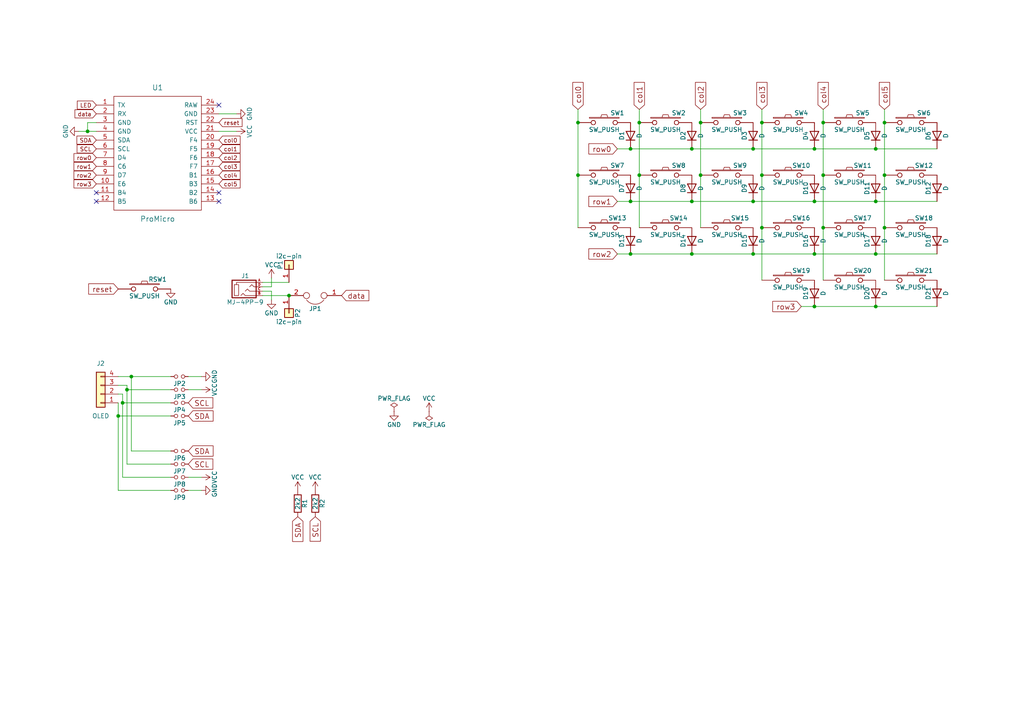
<source format=kicad_sch>
(kicad_sch (version 20230121) (generator eeschema)
  (paper "A4")
  (title_block (title "Corne Chocolate") (date "2018-11-16") (rev "2.0") (company "foostan"))
  (lib_symbols
    (symbol "Connector_Generic:Conn_01x01" (pin_names (offset 1.016) hide)
      (property "Reference" "J" (at 0 2.54 0))
      (property "Value" "Conn_01x01" (at 0 -2.54 0))
      (symbol "Conn_01x01_1_1"
        (rectangle (start -1.27 0.127) (end 0 -0.127) (stroke (width 0.1524)))
        (rectangle (start -1.27 1.27) (end 1.27 -1.27) (stroke (width 0.254)) (fill (type background)))
        (pin passive line (at -5.08 0 0) (length 3.81) (name "Pin_1") (number "1"))
      )
    )
    (symbol "Connector_Generic:Conn_01x04" (pin_names (offset 1.016) hide)
      (property "Reference" "J" (at 0 5.08 0))
      (property "Value" "Conn_01x04" (at 0 -7.62 0))
      (symbol "Conn_01x04_1_1"
        (rectangle (start -1.27 -4.953) (end 0 -5.207) (stroke (width 0.1524)))
        (rectangle (start -1.27 -2.413) (end 0 -2.667) (stroke (width 0.1524)))
        (rectangle (start -1.27 0.127) (end 0 -0.127) (stroke (width 0.1524)))
        (rectangle (start -1.27 2.667) (end 0 2.413) (stroke (width 0.1524)))
        (rectangle (start -1.27 3.81) (end 1.27 -6.35) (stroke (width 0.254)) (fill (type background)))
        (pin passive line (at -5.08 2.54 0) (length 3.81) (name "Pin_1") (number "1"))
        (pin passive line (at -5.08 0 0) (length 3.81) (name "Pin_2") (number "2"))
        (pin passive line (at -5.08 -2.54 0) (length 3.81) (name "Pin_3") (number "3"))
        (pin passive line (at -5.08 -5.08 0) (length 3.81) (name "Pin_4") (number "4"))
      )
    )
    (symbol "Device:D" (pin_numbers hide) (pin_names (offset 1.016) hide)
      (property "Reference" "D" (at 0 2.54 0))
      (property "Value" "D" (at 0 -2.54 0))
      (symbol "D_0_1"
        (polyline (pts (xy -1.27 1.27) (xy -1.27 -1.27)) (stroke (width 0.254)))
        (polyline (pts (xy 1.27 0) (xy -1.27 0)))
        (polyline (pts (xy 1.27 1.27) (xy 1.27 -1.27) (xy -1.27 0) (xy 1.27 1.27)) (stroke (width 0.254)))
      )
      (symbol "D_1_1"
        (pin passive line (at -3.81 0 0) (length 2.54) (name "K") (number "1"))
        (pin passive line (at 3.81 0 180) (length 2.54) (name "A") (number "2"))
      )
    )
    (symbol "Device:R" (pin_numbers hide) (pin_names (offset 0))
      (property "Reference" "R" (at 2.032 0 90))
      (property "Value" "R" (at 0 0 90))
      (symbol "R_0_1"
        (rectangle (start -1.016 -2.54) (end 1.016 2.54) (stroke (width 0.254)))
      )
      (symbol "R_1_1"
        (pin passive line (at 0 3.81 270) (length 1.27) (name "~") (number "1"))
        (pin passive line (at 0 -3.81 90) (length 1.27) (name "~") (number "2"))
      )
    )
    (symbol "corne-chocolate-rescue:Jumper-Device" (pin_names (offset 0.762) hide)
      (property "Reference" "JP" (at 0 3.81 0))
      (property "Value" "Device:Jumper" (at 0 -2.032 0))
      (symbol "Jumper-Device_0_1"
        (circle (center -2.54 0) (radius 0.889))
        (arc (start 2.5146 1.27) (mid 0.0078 2.5097) (end -2.4892 1.27))
        (circle (center 2.54 0) (radius 0.889))
        (pin passive line (at -7.62 0 0) (length 4.191) (name "1") (number "1"))
        (pin passive line (at 7.62 0 180) (length 4.191) (name "2") (number "2"))
      )
    )
    (symbol "corne-chocolate-rescue:Jumper_NO_Small-Device" (pin_numbers hide) (pin_names (offset 0.762) hide)
      (property "Reference" "JP" (at 0 2.032 0))
      (property "Value" "Device:Jumper_NO_Small" (at 0.254 -1.524 0))
      (symbol "Jumper_NO_Small-Device_0_1"
        (circle (center -1.016 0) (radius 0.508))
        (circle (center 1.016 0) (radius 0.508))
        (pin passive line (at -2.54 0 0) (length 1.016) (name "1") (number "1"))
        (pin passive line (at 2.54 0 180) (length 1.016) (name "2") (number "2"))
      )
    )
    (symbol "corne-chocolate-rescue:MJ-4PP-9-kbd" (pin_names (offset 1.016))
      (property "Reference" "J" (at 0 3.81 0))
      (property "Value" "kbd:MJ-4PP-9" (at 0 -3.81 0))
      (symbol "MJ-4PP-9-kbd_0_1"
        (rectangle (start -1.905 -1.905) (end -3.175 1.27))
        (polyline (pts (xy -2.54 1.27) (xy -2.54 1.905) (xy 3.175 1.905)))
        (polyline (pts (xy -1.27 -1.905) (xy -0.635 -1.27) (xy 0 -1.905) (xy 3.175 -1.905)))
        (polyline (pts (xy 0 -0.635) (xy 0.635 0) (xy 1.27 -0.635) (xy 3.175 -0.635)))
        (polyline (pts (xy 1.27 0.635) (xy 1.905 1.27) (xy 2.54 0.635) (xy 3.175 0.635)))
        (rectangle (start 3.175 2.54) (end -3.81 -2.54) (stroke (width 0.3048)))
      )
      (symbol "MJ-4PP-9-kbd_1_1"
        (pin input line (at 5.08 1.905 180) (length 2.0066) (name "~") (number "A"))
        (pin input line (at 5.08 -1.905 180) (length 2.0066) (name "~") (number "B"))
        (pin input line (at 5.08 -0.635 180) (length 2.0066) (name "~") (number "C"))
        (pin input line (at 5.08 0.635 180) (length 2.0066) (name "~") (number "D"))
      )
    )
    (symbol "corne-chocolate-rescue:ProMicro-kbd" (pin_names (offset 1.016))
      (property "Reference" "U" (at 0 24.13 0))
      (property "Value" "kbd:ProMicro" (at 0 -13.97 0))
      (symbol "ProMicro-kbd_0_1"
        (rectangle (start -12.7 21.59) (end 12.7 -11.43))
      )
      (symbol "ProMicro-kbd_1_1"
        (pin bidirectional line (at -17.78 19.05 0) (length 5.08) (name "TX") (number "1"))
        (pin bidirectional line (at -17.78 -3.81 0) (length 5.08) (name "E6") (number "10"))
        (pin bidirectional line (at -17.78 -6.35 0) (length 5.08) (name "B4") (number "11"))
        (pin bidirectional line (at -17.78 -8.89 0) (length 5.08) (name "B5") (number "12"))
        (pin bidirectional line (at 17.78 -8.89 180) (length 5.08) (name "B6") (number "13"))
        (pin bidirectional line (at 17.78 -6.35 180) (length 5.08) (name "B2") (number "14"))
        (pin bidirectional line (at 17.78 -3.81 180) (length 5.08) (name "B3") (number "15"))
        (pin bidirectional line (at 17.78 -1.27 180) (length 5.08) (name "B1") (number "16"))
        (pin bidirectional line (at 17.78 1.27 180) (length 5.08) (name "F7") (number "17"))
        (pin bidirectional line (at 17.78 3.81 180) (length 5.08) (name "F6") (number "18"))
        (pin bidirectional line (at 17.78 6.35 180) (length 5.08) (name "F5") (number "19"))
        (pin bidirectional line (at -17.78 16.51 0) (length 5.08) (name "RX") (number "2"))
        (pin bidirectional line (at 17.78 8.89 180) (length 5.08) (name "F4") (number "20"))
        (pin power_in line (at 17.78 11.43 180) (length 5.08) (name "VCC") (number "21"))
        (pin input line (at 17.78 13.97 180) (length 5.08) (name "RST") (number "22"))
        (pin power_in line (at 17.78 16.51 180) (length 5.08) (name "GND") (number "23"))
        (pin power_out line (at 17.78 19.05 180) (length 5.08) (name "RAW") (number "24"))
        (pin power_in line (at -17.78 13.97 0) (length 5.08) (name "GND") (number "3"))
        (pin power_in line (at -17.78 11.43 0) (length 5.08) (name "GND") (number "4"))
        (pin bidirectional line (at -17.78 8.89 0) (length 5.08) (name "SDA") (number "5"))
        (pin bidirectional line (at -17.78 6.35 0) (length 5.08) (name "SCL") (number "6"))
        (pin bidirectional line (at -17.78 3.81 0) (length 5.08) (name "D4") (number "7"))
        (pin bidirectional line (at -17.78 1.27 0) (length 5.08) (name "C6") (number "8"))
        (pin bidirectional line (at -17.78 -1.27 0) (length 5.08) (name "D7") (number "9"))
      )
    )
    (symbol "corne-chocolate-rescue:SW_PUSH-kbd" (pin_numbers hide) (pin_names (offset 1.016) hide)
      (property "Reference" "SW" (at 3.81 2.794 0))
      (property "Value" "kbd:SW_PUSH" (at 0 -2.032 0))
      (symbol "SW_PUSH-kbd_0_1"
        (rectangle (start -4.318 1.27) (end 4.318 1.524))
        (polyline (pts (xy -1.016 1.524) (xy -0.762 2.286) (xy 0.762 2.286) (xy 1.016 1.524)))
        (pin passive inverted (at -7.62 0 0) (length 5.08) (name "1") (number "1"))
        (pin passive inverted (at 7.62 0 180) (length 5.08) (name "2") (number "2"))
      )
    )
    (symbol "power:GND" (power) (pin_names (offset 0))
      (property "Value" "GND" (at 0 -3.81 0))
      (symbol "GND_0_1"
        (polyline (pts (xy 0 0) (xy 0 -1.27) (xy 1.27 -1.27) (xy 0 -2.54) (xy -1.27 -1.27) (xy 0 -1.27)))
      )
      (symbol "GND_1_1"
        (pin power_in line (at 0 0 270) (length 0) hide (name "GND") (number "1"))
      )
    )
    (symbol "power:PWR_FLAG" (power) (pin_numbers hide) (pin_names (offset 0) hide)
      (property "Value" "PWR_FLAG" (at 0 3.81 0))
      (symbol "PWR_FLAG_0_0"
        (pin power_out line (at 0 0 90) (length 0) (name "pwr") (number "1"))
      )
      (symbol "PWR_FLAG_0_1"
        (polyline (pts (xy 0 0) (xy 0 1.27) (xy -1.016 1.905) (xy 0 2.54) (xy 1.016 1.905) (xy 0 1.27)))
      )
    )
    (symbol "power:VCC" (power) (pin_names (offset 0))
      (property "Value" "VCC" (at 0 3.81 0))
      (symbol "VCC_0_1"
        (polyline (pts (xy -0.762 1.27) (xy 0 2.54)))
        (polyline (pts (xy 0 0) (xy 0 2.54)))
        (polyline (pts (xy 0 2.54) (xy 0.762 1.27)))
      )
      (symbol "VCC_1_1"
        (pin power_in line (at 0 0 90) (length 0) hide (name "VCC") (number "1"))
      )
    )
  )
  (junction (at 236.22 58.42))
  (junction (at 200.66 58.42))
  (junction (at 185.42 50.8))
  (junction (at 238.76 50.8))
  (junction (at 218.44 58.42))
  (junction (at 83.82 85.725))
  (junction (at 236.22 88.9))
  (junction (at 182.88 43.18))
  (junction (at 220.98 35.56))
  (junction (at 256.54 66.04))
  (junction (at 200.66 73.66))
  (junction (at 238.76 35.56))
  (junction (at 238.76 66.04))
  (junction (at 34.29 120.65))
  (junction (at 218.44 73.66))
  (junction (at 35.56 116.84))
  (junction (at 220.98 50.8))
  (junction (at 256.54 50.8))
  (junction (at 182.88 73.66))
  (junction (at 36.83 113.03))
  (junction (at 182.88 58.42))
  (junction (at 167.64 35.56))
  (junction (at 218.44 43.18))
  (junction (at 254 43.18))
  (junction (at 254 58.42))
  (junction (at 200.66 43.18))
  (junction (at 38.1 109.22))
  (junction (at 203.2 35.56))
  (junction (at 254 73.66))
  (junction (at 185.42 35.56))
  (junction (at 203.2 50.8))
  (junction (at 254 88.9))
  (junction (at 236.22 43.18))
  (junction (at 220.98 66.04))
  (junction (at 236.22 73.66))
  (junction (at 167.64 50.8))
  (junction (at 25.4 38.1))
  (junction (at 256.54 35.56))
  (no_connect (at 63.5 55.88))
  (no_connect (at 63.5 30.48))
  (no_connect (at 27.94 58.42))
  (no_connect (at 27.94 55.88))
  (no_connect (at 63.5 58.42))
  (wire (pts (xy 236.22 43.18) (xy 254 43.18)))
  (wire (pts (xy 49.53 120.65) (xy 34.29 120.65)))
  (wire (pts (xy 34.29 116.84) (xy 34.29 120.65)))
  (wire (pts (xy 63.5 33.02) (xy 68.58 33.02)))
  (wire (pts (xy 25.4 38.1) (xy 27.94 38.1)))
  (wire (pts (xy 185.42 35.56) (xy 185.42 50.8)))
  (wire (pts (xy 218.44 73.66) (xy 236.22 73.66)))
  (wire (pts (xy 76.2 84.455) (xy 78.74 84.455)))
  (wire (pts (xy 238.76 35.56) (xy 238.76 50.8)))
  (wire (pts (xy 236.22 73.66) (xy 254 73.66)))
  (wire (pts (xy 38.1 109.22) (xy 38.1 130.81)))
  (wire (pts (xy 182.88 73.66) (xy 200.66 73.66)))
  (wire (pts (xy 256.54 31.75) (xy 256.54 35.56)))
  (wire (pts (xy 256.54 35.56) (xy 256.54 50.8)))
  (wire (pts (xy 76.2 85.725) (xy 83.82 85.725)))
  (wire (pts (xy 34.29 111.76) (xy 36.83 111.76)))
  (wire (pts (xy 34.29 142.24) (xy 49.53 142.24)))
  (wire (pts (xy 220.98 31.75) (xy 220.98 35.56)))
  (wire (pts (xy 236.22 88.9) (xy 254 88.9)))
  (wire (pts (xy 185.42 31.75) (xy 185.42 35.56)))
  (wire (pts (xy 220.98 66.04) (xy 220.98 81.28)))
  (wire (pts (xy 54.61 138.43) (xy 58.42 138.43)))
  (wire (pts (xy 179.07 73.66) (xy 182.88 73.66)))
  (wire (pts (xy 254 88.9) (xy 271.78 88.9)))
  (wire (pts (xy 22.86 38.1) (xy 25.4 38.1)))
  (wire (pts (xy 256.54 50.8) (xy 256.54 66.04)))
  (wire (pts (xy 35.56 114.3) (xy 35.56 116.84)))
  (wire (pts (xy 232.41 88.9) (xy 236.22 88.9)))
  (wire (pts (xy 63.5 38.1) (xy 68.58 38.1)))
  (wire (pts (xy 76.2 81.915) (xy 83.82 81.915)))
  (wire (pts (xy 200.66 73.66) (xy 218.44 73.66)))
  (wire (pts (xy 35.56 138.43) (xy 49.53 138.43)))
  (wire (pts (xy 238.76 50.8) (xy 238.76 66.04)))
  (wire (pts (xy 27.94 35.56) (xy 25.4 35.56)))
  (wire (pts (xy 236.22 58.42) (xy 254 58.42)))
  (wire (pts (xy 167.64 35.56) (xy 167.64 50.8)))
  (wire (pts (xy 254 73.66) (xy 271.78 73.66)))
  (wire (pts (xy 36.83 134.62) (xy 49.53 134.62)))
  (wire (pts (xy 38.1 109.22) (xy 49.53 109.22)))
  (wire (pts (xy 38.1 130.81) (xy 49.53 130.81)))
  (wire (pts (xy 179.07 43.18) (xy 182.88 43.18)))
  (wire (pts (xy 203.2 31.75) (xy 203.2 35.56)))
  (wire (pts (xy 76.2 83.185) (xy 78.74 83.185)))
  (wire (pts (xy 25.4 35.56) (xy 25.4 38.1)))
  (wire (pts (xy 78.74 84.455) (xy 78.74 86.995)))
  (wire (pts (xy 220.98 50.8) (xy 220.98 66.04)))
  (wire (pts (xy 54.61 142.24) (xy 58.42 142.24)))
  (wire (pts (xy 49.53 113.03) (xy 36.83 113.03)))
  (wire (pts (xy 256.54 66.04) (xy 256.54 81.28)))
  (wire (pts (xy 54.61 113.03) (xy 58.42 113.03)))
  (wire (pts (xy 218.44 43.18) (xy 236.22 43.18)))
  (wire (pts (xy 34.29 120.65) (xy 34.29 142.24)))
  (wire (pts (xy 179.07 58.42) (xy 182.88 58.42)))
  (wire (pts (xy 254 58.42) (xy 271.78 58.42)))
  (wire (pts (xy 238.76 31.75) (xy 238.76 35.56)))
  (wire (pts (xy 185.42 50.8) (xy 185.42 66.04)))
  (wire (pts (xy 35.56 116.84) (xy 35.56 138.43)))
  (wire (pts (xy 54.61 109.22) (xy 58.42 109.22)))
  (wire (pts (xy 220.98 35.56) (xy 220.98 50.8)))
  (wire (pts (xy 49.53 116.84) (xy 35.56 116.84)))
  (wire (pts (xy 203.2 35.56) (xy 203.2 50.8)))
  (wire (pts (xy 182.88 43.18) (xy 200.66 43.18)))
  (wire (pts (xy 36.83 111.76) (xy 36.83 113.03)))
  (wire (pts (xy 200.66 58.42) (xy 218.44 58.42)))
  (wire (pts (xy 34.29 109.22) (xy 38.1 109.22)))
  (wire (pts (xy 167.64 50.8) (xy 167.64 66.04)))
  (wire (pts (xy 36.83 113.03) (xy 36.83 134.62)))
  (wire (pts (xy 167.64 31.75) (xy 167.64 35.56)))
  (wire (pts (xy 254 43.18) (xy 271.78 43.18)))
  (wire (pts (xy 238.76 66.04) (xy 238.76 81.28)))
  (wire (pts (xy 203.2 50.8) (xy 203.2 66.04)))
  (wire (pts (xy 182.88 58.42) (xy 200.66 58.42)))
  (wire (pts (xy 34.29 114.3) (xy 35.56 114.3)))
  (wire (pts (xy 78.74 83.185) (xy 78.74 80.645)))
  (wire (pts (xy 200.66 43.18) (xy 218.44 43.18)))
  (wire (pts (xy 218.44 58.42) (xy 236.22 58.42)))
  (global_label "col5" (shape input) (at 63.5 53.34 0) (effects (font (size 1.1938 1.1938))) (property "Intersheetrefs" "${INTERSHEET_REFS}" (effects hide)))
  (global_label "col4" (shape input) (at 63.5 50.8 0) (effects (font (size 1.1938 1.1938))) (property "Intersheetrefs" "${INTERSHEET_REFS}" (effects hide)))
  (global_label "row3" (shape input) (at 27.94 53.34 180) (effects (font (size 1.1938 1.1938))) (property "Intersheetrefs" "${INTERSHEET_REFS}" (effects hide)))
  (global_label "col2" (shape input) (at 63.5 45.72 0) (effects (font (size 1.1938 1.1938))) (property "Intersheetrefs" "${INTERSHEET_REFS}" (effects hide)))
  (global_label "reset" (shape input) (at 63.5 35.56 0) (effects (font (size 1.1938 1.1938))) (property "Intersheetrefs" "${INTERSHEET_REFS}" (effects hide)))
  (global_label "col1" (shape input) (at 185.42 31.75 90) (effects (font (size 1.524 1.524))) (property "Intersheetrefs" "${INTERSHEET_REFS}" (effects hide)))
  (global_label "col1" (shape input) (at 63.5 43.18 0) (effects (font (size 1.1938 1.1938))) (property "Intersheetrefs" "${INTERSHEET_REFS}" (effects hide)))
  (global_label "row0" (shape input) (at 27.94 45.72 180) (effects (font (size 1.1938 1.1938))) (property "Intersheetrefs" "${INTERSHEET_REFS}" (effects hide)))
  (global_label "col0" (shape input) (at 63.5 40.64 0) (effects (font (size 1.1938 1.1938))) (property "Intersheetrefs" "${INTERSHEET_REFS}" (effects hide)))
  (global_label "col2" (shape input) (at 203.2 31.75 90) (effects (font (size 1.524 1.524))) (property "Intersheetrefs" "${INTERSHEET_REFS}" (effects hide)))
  (global_label "SDA" (shape input) (at 86.36 149.86 270) (effects (font (size 1.524 1.524))) (property "Intersheetrefs" "${INTERSHEET_REFS}" (effects hide)))
  (global_label "row2" (shape input) (at 27.94 50.8 180) (effects (font (size 1.1938 1.1938))) (property "Intersheetrefs" "${INTERSHEET_REFS}" (effects hide)))
  (global_label "reset" (shape input) (at 34.29 83.82 180) (effects (font (size 1.524 1.524))) (property "Intersheetrefs" "${INTERSHEET_REFS}" (effects hide)))
  (global_label "LED" (shape input) (at 27.94 30.48 180) (effects (font (size 1.1938 1.1938))) (property "Intersheetrefs" "${INTERSHEET_REFS}" (effects hide)))
  (global_label "SDA" (shape input) (at 27.94 40.64 180) (effects (font (size 1.1938 1.1938))) (property "Intersheetrefs" "${INTERSHEET_REFS}" (effects hide)))
  (global_label "col0" (shape input) (at 167.64 31.75 90) (effects (font (size 1.524 1.524))) (property "Intersheetrefs" "${INTERSHEET_REFS}" (effects hide)))
  (global_label "SDA" (shape input) (at 54.61 120.65 0) (effects (font (size 1.524 1.524))) (property "Intersheetrefs" "${INTERSHEET_REFS}" (effects hide)))
  (global_label "SCL" (shape input) (at 54.61 116.84 0) (effects (font (size 1.524 1.524))) (property "Intersheetrefs" "${INTERSHEET_REFS}" (effects hide)))
  (global_label "col4" (shape input) (at 238.76 31.75 90) (effects (font (size 1.524 1.524))) (property "Intersheetrefs" "${INTERSHEET_REFS}" (effects hide)))
  (global_label "row1" (shape input) (at 27.94 48.26 180) (effects (font (size 1.1938 1.1938))) (property "Intersheetrefs" "${INTERSHEET_REFS}" (effects hide)))
  (global_label "data" (shape input) (at 99.06 85.725 0) (effects (font (size 1.524 1.524))) (property "Intersheetrefs" "${INTERSHEET_REFS}" (effects hide)))
  (global_label "col3" (shape input) (at 220.98 31.75 90) (effects (font (size 1.524 1.524))) (property "Intersheetrefs" "${INTERSHEET_REFS}" (effects hide)))
  (global_label "SCL" (shape input) (at 91.44 149.86 270) (effects (font (size 1.524 1.524))) (property "Intersheetrefs" "${INTERSHEET_REFS}" (effects hide)))
  (global_label "SCL" (shape input) (at 27.94 43.18 180) (effects (font (size 1.1938 1.1938))) (property "Intersheetrefs" "${INTERSHEET_REFS}" (effects hide)))
  (global_label "row1" (shape input) (at 179.07 58.42 180) (effects (font (size 1.524 1.524))) (property "Intersheetrefs" "${INTERSHEET_REFS}" (effects hide)))
  (global_label "data" (shape input) (at 27.94 33.02 180) (effects (font (size 1.1938 1.1938))) (property "Intersheetrefs" "${INTERSHEET_REFS}" (effects hide)))
  (global_label "row3" (shape input) (at 232.41 88.9 180) (effects (font (size 1.524 1.524))) (property "Intersheetrefs" "${INTERSHEET_REFS}" (effects hide)))
  (global_label "SDA" (shape input) (at 54.61 130.81 0) (effects (font (size 1.524 1.524))) (property "Intersheetrefs" "${INTERSHEET_REFS}" (effects hide)))
  (global_label "row0" (shape input) (at 179.07 43.18 180) (effects (font (size 1.524 1.524))) (property "Intersheetrefs" "${INTERSHEET_REFS}" (effects hide)))
  (global_label "SCL" (shape input) (at 54.61 134.62 0) (effects (font (size 1.524 1.524))) (property "Intersheetrefs" "${INTERSHEET_REFS}" (effects hide)))
  (global_label "col3" (shape input) (at 63.5 48.26 0) (effects (font (size 1.1938 1.1938))) (property "Intersheetrefs" "${INTERSHEET_REFS}" (effects hide)))
  (global_label "row2" (shape input) (at 179.07 73.66 180) (effects (font (size 1.524 1.524))) (property "Intersheetrefs" "${INTERSHEET_REFS}" (effects hide)))
  (global_label "col5" (shape input) (at 256.54 31.75 90) (effects (font (size 1.524 1.524))) (property "Intersheetrefs" "${INTERSHEET_REFS}" (effects hide)))
  (symbol (lib_id "corne-chocolate-rescue:ProMicro-kbd") (at 45.72 49.53 0) (unit 1)
    (property "Reference" "U1" (at 45.72 25.4 0) (effects (font (size 1.524 1.524))))
    (property "Value" "ProMicro" (at 45.72 63.5 0) (effects (font (size 1.524 1.524))))
    (property "Footprint" "kbd:ProMicro_v2" (effects hide))
  )
  (symbol (lib_id "corne-chocolate-rescue:SW_PUSH-kbd") (at 193.04 35.56 0) (unit 1)
    (property "Reference" "SW2" (at 196.85 32.766 0))
    (property "Value" "SW_PUSH" (at 193.04 37.592 0))
    (property "Footprint" "kbd:MX_ALPS_PG1350_noLed" (effects hide))
  )
  (symbol (lib_id "Device:D") (at 200.66 39.37 90) (unit 1)
    (property "Reference" "D2" (at 198.12 39.37 0))
    (property "Value" "D" (at 203.2 39.37 0))
    (property "Footprint" "kbd:D3_TH_SMD" (effects hide))
  )
  (symbol (lib_id "corne-chocolate-rescue:SW_PUSH-kbd") (at 210.82 35.56 0) (unit 1)
    (property "Reference" "SW3" (at 214.63 32.766 0))
    (property "Value" "SW_PUSH" (at 210.82 37.592 0))
    (property "Footprint" "kbd:MX_ALPS_PG1350_noLed" (effects hide))
  )
  (symbol (lib_id "Device:D") (at 218.44 39.37 90) (unit 1)
    (property "Reference" "D3" (at 215.9 39.37 0))
    (property "Value" "D" (at 220.98 39.37 0))
    (property "Footprint" "kbd:D3_TH_SMD" (effects hide))
  )
  (symbol (lib_id "corne-chocolate-rescue:SW_PUSH-kbd") (at 228.6 35.56 0) (unit 1)
    (property "Reference" "SW4" (at 232.41 32.766 0))
    (property "Value" "SW_PUSH" (at 228.6 37.592 0))
    (property "Footprint" "kbd:MX_ALPS_PG1350_noLed" (effects hide))
  )
  (symbol (lib_id "corne-chocolate-rescue:SW_PUSH-kbd") (at 246.38 35.56 0) (unit 1)
    (property "Reference" "SW5" (at 250.19 32.766 0))
    (property "Value" "SW_PUSH" (at 246.38 37.592 0))
    (property "Footprint" "kbd:MX_ALPS_PG1350_noLed" (effects hide))
  )
  (symbol (lib_id "corne-chocolate-rescue:SW_PUSH-kbd") (at 264.16 35.56 0) (unit 1)
    (property "Reference" "SW6" (at 267.97 32.766 0))
    (property "Value" "SW_PUSH" (at 264.16 37.592 0))
    (property "Footprint" "kbd:MX_ALPS_PG1350_noLed" (effects hide))
  )
  (symbol (lib_id "Device:D") (at 236.22 39.37 90) (unit 1)
    (property "Reference" "D4" (at 233.68 39.37 0))
    (property "Value" "D" (at 238.76 39.37 0))
    (property "Footprint" "kbd:D3_TH_SMD" (effects hide))
  )
  (symbol (lib_id "Device:D") (at 254 39.37 90) (unit 1)
    (property "Reference" "D5" (at 251.46 39.37 0))
    (property "Value" "D" (at 256.54 39.37 0))
    (property "Footprint" "kbd:D3_TH_SMD" (effects hide))
  )
  (symbol (lib_id "Device:D") (at 271.78 39.37 90) (unit 1)
    (property "Reference" "D6" (at 269.24 39.37 0))
    (property "Value" "D" (at 274.32 39.37 0))
    (property "Footprint" "kbd:D3_TH_SMD" (effects hide))
  )
  (symbol (lib_id "corne-chocolate-rescue:SW_PUSH-kbd") (at 175.26 35.56 0) (unit 1)
    (property "Reference" "SW1" (at 179.07 32.766 0))
    (property "Value" "SW_PUSH" (at 175.26 37.592 0))
    (property "Footprint" "kbd:MX_ALPS_PG1350_noLed" (effects hide))
  )
  (symbol (lib_id "Device:D") (at 182.88 39.37 90) (unit 1)
    (property "Reference" "D1" (at 180.34 39.37 0))
    (property "Value" "D" (at 185.42 39.37 0))
    (property "Footprint" "kbd:D3_TH_SMD" (effects hide))
  )
  (symbol (lib_id "corne-chocolate-rescue:SW_PUSH-kbd") (at 193.04 50.8 0) (unit 1)
    (property "Reference" "SW8" (at 196.85 48.006 0))
    (property "Value" "SW_PUSH" (at 193.04 52.832 0))
    (property "Footprint" "kbd:MX_ALPS_PG1350_noLed" (effects hide))
  )
  (symbol (lib_id "Device:D") (at 200.66 54.61 90) (unit 1)
    (property "Reference" "D8" (at 198.12 54.61 0))
    (property "Value" "D" (at 203.2 54.61 0))
    (property "Footprint" "kbd:D3_TH_SMD" (effects hide))
  )
  (symbol (lib_id "corne-chocolate-rescue:SW_PUSH-kbd") (at 210.82 50.8 0) (unit 1)
    (property "Reference" "SW9" (at 214.63 48.006 0))
    (property "Value" "SW_PUSH" (at 210.82 52.832 0))
    (property "Footprint" "kbd:MX_ALPS_PG1350_noLed" (effects hide))
  )
  (symbol (lib_id "Device:D") (at 218.44 54.61 90) (unit 1)
    (property "Reference" "D9" (at 215.9 54.61 0))
    (property "Value" "D" (at 220.98 54.61 0))
    (property "Footprint" "kbd:D3_TH_SMD" (effects hide))
  )
  (symbol (lib_id "corne-chocolate-rescue:SW_PUSH-kbd") (at 228.6 50.8 0) (unit 1)
    (property "Reference" "SW10" (at 232.41 48.006 0))
    (property "Value" "SW_PUSH" (at 228.6 52.832 0))
    (property "Footprint" "kbd:MX_ALPS_PG1350_noLed" (effects hide))
  )
  (symbol (lib_id "corne-chocolate-rescue:SW_PUSH-kbd") (at 246.38 50.8 0) (unit 1)
    (property "Reference" "SW11" (at 250.19 48.006 0))
    (property "Value" "SW_PUSH" (at 246.38 52.832 0))
    (property "Footprint" "kbd:MX_ALPS_PG1350_noLed" (effects hide))
  )
  (symbol (lib_id "corne-chocolate-rescue:SW_PUSH-kbd") (at 264.16 50.8 0) (unit 1)
    (property "Reference" "SW12" (at 267.97 48.006 0))
    (property "Value" "SW_PUSH" (at 264.16 52.832 0))
    (property "Footprint" "kbd:MX_ALPS_PG1350_noLed" (effects hide))
  )
  (symbol (lib_id "Device:D") (at 236.22 54.61 90) (unit 1)
    (property "Reference" "D10" (at 233.68 54.61 0))
    (property "Value" "D" (at 238.76 54.61 0))
    (property "Footprint" "kbd:D3_TH_SMD" (effects hide))
  )
  (symbol (lib_id "Device:D") (at 254 54.61 90) (unit 1)
    (property "Reference" "D11" (at 251.46 54.61 0))
    (property "Value" "D" (at 256.54 54.61 0))
    (property "Footprint" "kbd:D3_TH_SMD" (effects hide))
  )
  (symbol (lib_id "Device:D") (at 271.78 54.61 90) (unit 1)
    (property "Reference" "D12" (at 269.24 54.61 0))
    (property "Value" "D" (at 274.32 54.61 0))
    (property "Footprint" "kbd:D3_TH_SMD" (effects hide))
  )
  (symbol (lib_id "corne-chocolate-rescue:SW_PUSH-kbd") (at 175.26 50.8 0) (unit 1)
    (property "Reference" "SW7" (at 179.07 48.006 0))
    (property "Value" "SW_PUSH" (at 175.26 52.832 0))
    (property "Footprint" "kbd:MX_ALPS_PG1350_noLed" (effects hide))
  )
  (symbol (lib_id "Device:D") (at 182.88 54.61 90) (unit 1)
    (property "Reference" "D7" (at 180.34 54.61 0))
    (property "Value" "D" (at 185.42 54.61 0))
    (property "Footprint" "kbd:D3_TH_SMD" (effects hide))
  )
  (symbol (lib_id "corne-chocolate-rescue:SW_PUSH-kbd") (at 193.04 66.04 0) (unit 1)
    (property "Reference" "SW14" (at 196.85 63.246 0))
    (property "Value" "SW_PUSH" (at 193.04 68.072 0))
    (property "Footprint" "kbd:MX_ALPS_PG1350_noLed" (effects hide))
  )
  (symbol (lib_id "Device:D") (at 200.66 69.85 90) (unit 1)
    (property "Reference" "D14" (at 198.12 69.85 0))
    (property "Value" "D" (at 203.2 69.85 0))
    (property "Footprint" "kbd:D3_TH_SMD" (effects hide))
  )
  (symbol (lib_id "corne-chocolate-rescue:SW_PUSH-kbd") (at 210.82 66.04 0) (unit 1)
    (property "Reference" "SW15" (at 214.63 63.246 0))
    (property "Value" "SW_PUSH" (at 210.82 68.072 0))
    (property "Footprint" "kbd:MX_ALPS_PG1350_noLed" (effects hide))
  )
  (symbol (lib_id "Device:D") (at 218.44 69.85 90) (unit 1)
    (property "Reference" "D15" (at 215.9 69.85 0))
    (property "Value" "D" (at 220.98 69.85 0))
    (property "Footprint" "kbd:D3_TH_SMD" (effects hide))
  )
  (symbol (lib_id "corne-chocolate-rescue:SW_PUSH-kbd") (at 228.6 66.04 0) (unit 1)
    (property "Reference" "SW16" (at 232.41 63.246 0))
    (property "Value" "SW_PUSH" (at 228.6 68.072 0))
    (property "Footprint" "kbd:MX_ALPS_PG1350_noLed" (effects hide))
  )
  (symbol (lib_id "corne-chocolate-rescue:SW_PUSH-kbd") (at 246.38 66.04 0) (unit 1)
    (property "Reference" "SW17" (at 250.19 63.246 0))
    (property "Value" "SW_PUSH" (at 246.38 68.072 0))
    (property "Footprint" "kbd:MX_ALPS_PG1350_noLed" (effects hide))
  )
  (symbol (lib_id "corne-chocolate-rescue:SW_PUSH-kbd") (at 264.16 66.04 0) (unit 1)
    (property "Reference" "SW18" (at 267.97 63.246 0))
    (property "Value" "SW_PUSH" (at 264.16 68.072 0))
    (property "Footprint" "kbd:MX_ALPS_PG1350_noLed" (effects hide))
  )
  (symbol (lib_id "Device:D") (at 236.22 69.85 90) (unit 1)
    (property "Reference" "D16" (at 233.68 69.85 0))
    (property "Value" "D" (at 238.76 69.85 0))
    (property "Footprint" "kbd:D3_TH_SMD" (effects hide))
  )
  (symbol (lib_id "Device:D") (at 254 69.85 90) (unit 1)
    (property "Reference" "D17" (at 251.46 69.85 0))
    (property "Value" "D" (at 256.54 69.85 0))
    (property "Footprint" "kbd:D3_TH_SMD" (effects hide))
  )
  (symbol (lib_id "Device:D") (at 271.78 69.85 90) (unit 1)
    (property "Reference" "D18" (at 269.24 69.85 0))
    (property "Value" "D" (at 274.32 69.85 0))
    (property "Footprint" "kbd:D3_TH_SMD" (effects hide))
  )
  (symbol (lib_id "corne-chocolate-rescue:SW_PUSH-kbd") (at 175.26 66.04 0) (unit 1)
    (property "Reference" "SW13" (at 179.07 63.246 0))
    (property "Value" "SW_PUSH" (at 175.26 68.072 0))
    (property "Footprint" "kbd:MX_ALPS_PG1350_noLed" (effects hide))
  )
  (symbol (lib_id "Device:D") (at 182.88 69.85 90) (unit 1)
    (property "Reference" "D13" (at 180.34 69.85 0))
    (property "Value" "D" (at 185.42 69.85 0))
    (property "Footprint" "kbd:D3_TH_SMD" (effects hide))
  )
  (symbol (lib_id "corne-chocolate-rescue:SW_PUSH-kbd") (at 246.38 81.28 0) (unit 1)
    (property "Reference" "SW20" (at 250.19 78.486 0))
    (property "Value" "SW_PUSH" (at 246.38 83.312 0))
    (property "Footprint" "kbd:MX_ALPS_PG1350_noLed" (effects hide))
  )
  (symbol (lib_id "Device:D") (at 254 85.09 90) (unit 1)
    (property "Reference" "D20" (at 251.46 85.09 0))
    (property "Value" "D" (at 256.54 85.09 0))
    (property "Footprint" "kbd:D3_TH_SMD" (effects hide))
  )
  (symbol (lib_id "corne-chocolate-rescue:SW_PUSH-kbd") (at 264.16 81.28 0) (unit 1)
    (property "Reference" "SW21" (at 267.97 78.486 0))
    (property "Value" "SW_PUSH" (at 264.16 83.312 0))
    (property "Footprint" "kbd:MX_ALPS_PG1350_noLed_1.75u" (effects hide))
  )
  (symbol (lib_id "Device:D") (at 271.78 85.09 90) (unit 1)
    (property "Reference" "D21" (at 269.24 85.09 0))
    (property "Value" "D" (at 274.32 85.09 0))
    (property "Footprint" "kbd:D3_TH_SMD" (effects hide))
  )
  (symbol (lib_id "corne-chocolate-rescue:SW_PUSH-kbd") (at 228.6 81.28 0) (unit 1)
    (property "Reference" "SW19" (at 232.41 78.486 0))
    (property "Value" "SW_PUSH" (at 228.6 83.312 0))
    (property "Footprint" "kbd:MX_ALPS_PG1350_noLed" (effects hide))
  )
  (symbol (lib_id "Device:D") (at 236.22 85.09 90) (unit 1)
    (property "Reference" "D19" (at 233.68 85.09 0))
    (property "Value" "D" (at 238.76 85.09 0))
    (property "Footprint" "kbd:D3_TH_SMD" (effects hide))
  )
  (symbol (lib_id "power:GND") (at 68.58 33.02 90) (unit 1)
    (property "Reference" "#PWR01" (effects hide))
    (property "Value" "GND" (at 72.39 33.02 0))
  )
  (symbol (lib_id "power:VCC") (at 68.58 38.1 270) (unit 1)
    (property "Reference" "#PWR023" (effects hide))
    (property "Value" "VCC" (at 72.39 38.1 0))
  )
  (symbol (lib_id "power:GND") (at 22.86 38.1 270) (unit 1)
    (property "Reference" "#PWR02" (effects hide))
    (property "Value" "GND" (at 19.05 38.1 0))
  )
  (symbol (lib_id "power:GND") (at 114.3 119.38 0) (unit 1)
    (property "Reference" "#PWR03" (effects hide))
    (property "Value" "GND" (at 114.3 123.19 0))
  )
  (symbol (lib_id "power:VCC") (at 124.46 119.38 0) (unit 1)
    (property "Reference" "#PWR04" (effects hide))
    (property "Value" "VCC" (at 124.46 115.57 0))
  )
  (symbol (lib_id "power:PWR_FLAG") (at 124.46 119.38 180) (unit 1)
    (property "Reference" "#FLG05" (effects hide))
    (property "Value" "PWR_FLAG" (at 124.46 123.19 0))
  )
  (symbol (lib_id "power:PWR_FLAG") (at 114.3 119.38 0) (unit 1)
    (property "Reference" "#FLG06" (effects hide))
    (property "Value" "PWR_FLAG" (at 114.3 115.57 0))
  )
  (symbol (lib_id "corne-chocolate-rescue:SW_PUSH-kbd") (at 41.91 83.82 0) (unit 1)
    (property "Reference" "RSW1" (at 45.72 81.026 0))
    (property "Value" "SW_PUSH" (at 41.91 85.852 0))
    (property "Footprint" "kbd:ResetSW" (effects hide))
  )
  (symbol (lib_id "power:GND") (at 49.53 83.82 0) (unit 1)
    (property "Reference" "#PWR07" (effects hide))
    (property "Value" "GND" (at 49.53 87.63 0))
  )
  (symbol (lib_id "corne-chocolate-rescue:Jumper-Device") (at 91.44 85.725 180) (unit 1)
    (property "Reference" "JP1" (at 91.44 89.535 0))
    (property "Value" " " (at 91.44 83.693 0))
    (property "Footprint" "kbd:JPC2" (effects hide))
  )
  (symbol (lib_id "power:VCC") (at 78.74 80.645 0) (unit 1)
    (property "Reference" "#PWR08" (effects hide))
    (property "Value" "VCC" (at 78.74 76.835 0))
  )
  (symbol (lib_id "power:GND") (at 78.74 86.995 0) (unit 1)
    (property "Reference" "#PWR09" (effects hide))
    (property "Value" "GND" (at 78.74 90.805 0))
  )
  (symbol (lib_id "Connector_Generic:Conn_01x04") (at 29.21 114.3 180) (unit 1)
    (property "Reference" "J2" (at 29.21 105.41 0))
    (property "Value" "OLED" (at 29.21 120.65 0))
    (property "Footprint" "kbd:OLED" (effects hide))
  )
  (symbol (lib_id "corne-chocolate-rescue:Jumper_NO_Small-Device") (at 52.07 109.22 180) (unit 1)
    (property "Reference" "JP2" (at 52.07 111.252 0))
    (property "Value" " " (at 51.816 107.696 0))
    (property "Footprint" "kbd:Jumper" (effects hide))
  )
  (symbol (lib_id "corne-chocolate-rescue:Jumper_NO_Small-Device") (at 52.07 113.03 180) (unit 1)
    (property "Reference" "JP3" (at 52.07 115.062 0))
    (property "Value" " " (at 51.816 111.506 0))
    (property "Footprint" "kbd:Jumper" (effects hide))
  )
  (symbol (lib_id "corne-chocolate-rescue:Jumper_NO_Small-Device") (at 52.07 116.84 180) (unit 1)
    (property "Reference" "JP4" (at 52.07 118.872 0))
    (property "Value" " " (at 51.816 115.316 0))
    (property "Footprint" "kbd:Jumper" (effects hide))
  )
  (symbol (lib_id "corne-chocolate-rescue:Jumper_NO_Small-Device") (at 52.07 120.65 180) (unit 1)
    (property "Reference" "JP5" (at 52.07 122.682 0))
    (property "Value" " " (at 51.816 119.126 0))
    (property "Footprint" "kbd:Jumper" (effects hide))
  )
  (symbol (lib_id "corne-chocolate-rescue:Jumper_NO_Small-Device") (at 52.07 130.81 180) (unit 1)
    (property "Reference" "JP6" (at 52.07 132.842 0))
    (property "Value" " " (at 51.816 129.286 0))
    (property "Footprint" "kbd:Jumper" (effects hide))
  )
  (symbol (lib_id "corne-chocolate-rescue:Jumper_NO_Small-Device") (at 52.07 134.62 180) (unit 1)
    (property "Reference" "JP7" (at 52.07 136.652 0))
    (property "Value" " " (at 51.816 133.096 0))
    (property "Footprint" "kbd:Jumper" (effects hide))
  )
  (symbol (lib_id "corne-chocolate-rescue:Jumper_NO_Small-Device") (at 52.07 138.43 180) (unit 1)
    (property "Reference" "JP8" (at 52.07 140.462 0))
    (property "Value" " " (at 51.816 136.906 0))
    (property "Footprint" "kbd:Jumper" (effects hide))
  )
  (symbol (lib_id "corne-chocolate-rescue:Jumper_NO_Small-Device") (at 52.07 142.24 180) (unit 1)
    (property "Reference" "JP9" (at 52.07 144.272 0))
    (property "Value" " " (at 51.816 140.716 0))
    (property "Footprint" "kbd:Jumper" (effects hide))
  )
  (symbol (lib_id "power:GND") (at 58.42 109.22 90) (unit 1)
    (property "Reference" "#PWR010" (effects hide))
    (property "Value" "GND" (at 62.23 109.22 0))
  )
  (symbol (lib_id "power:GND") (at 58.42 142.24 90) (unit 1)
    (property "Reference" "#PWR011" (effects hide))
    (property "Value" "GND" (at 62.23 142.24 0))
  )
  (symbol (lib_id "power:VCC") (at 58.42 113.03 270) (unit 1)
    (property "Reference" "#PWR012" (effects hide))
    (property "Value" "VCC" (at 62.23 113.03 0))
  )
  (symbol (lib_id "power:VCC") (at 58.42 138.43 270) (unit 1)
    (property "Reference" "#PWR013" (effects hide))
    (property "Value" "VCC" (at 62.23 138.43 0))
  )
  (symbol (lib_id "Device:R") (at 86.36 146.05 0) (unit 1)
    (property "Reference" "R1" (at 88.392 146.05 90))
    (property "Value" "2k2" (at 86.36 146.05 90))
    (property "Footprint" "kbd:R" (effects hide))
  )
  (symbol (lib_id "Device:R") (at 91.44 146.05 0) (unit 1)
    (property "Reference" "R2" (at 93.472 146.05 90))
    (property "Value" "2k2" (at 91.44 146.05 90))
    (property "Footprint" "kbd:R" (effects hide))
  )
  (symbol (lib_id "power:VCC") (at 86.36 142.24 0) (unit 1)
    (property "Reference" "#PWR021" (effects hide))
    (property "Value" "VCC" (at 86.36 138.43 0))
  )
  (symbol (lib_id "power:VCC") (at 91.44 142.24 0) (unit 1)
    (property "Reference" "#PWR022" (effects hide))
    (property "Value" "VCC" (at 91.44 138.43 0))
  )
  (symbol (lib_id "corne-chocolate-rescue:MJ-4PP-9-kbd") (at 71.12 83.82 0) (unit 1)
    (property "Reference" "J1" (at 71.12 80.01 0))
    (property "Value" "MJ-4PP-9" (at 71.12 87.63 0))
    (property "Footprint" "kbd:MJ-4PP-9" (effects hide))
  )
  (symbol (lib_id "Connector_Generic:Conn_01x01") (at 83.82 90.805 270) (unit 1)
    (property "Reference" "P2" (at 86.36 90.805 0))
    (property "Value" "i2c-pin" (at 83.82 93.345 90))
    (property "Footprint" "kbd:1pin_conn" (effects hide))
  )
  (symbol (lib_id "Connector_Generic:Conn_01x01") (at 83.82 76.835 90) (unit 1)
    (property "Reference" "P1" (at 81.28 76.835 0))
    (property "Value" "i2c-pin" (at 83.82 74.295 90))
    (property "Footprint" "kbd:1pin_conn" (effects hide))
  )
)
</source>
